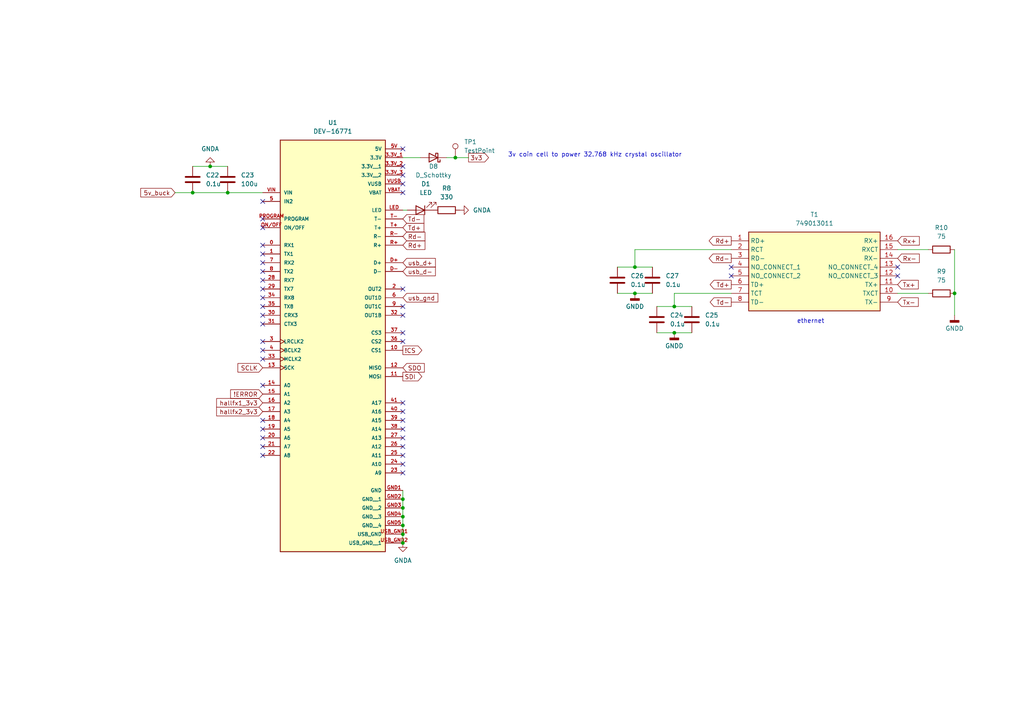
<source format=kicad_sch>
(kicad_sch (version 20230121) (generator eeschema)
  (paper "A4")
  (lib_symbols
    (symbol "21xt_symbols:749013011"
      (property "Reference" "T" (at 44.45 7.62 0))
      (property "Value" "749013011" (at 44.45 5.08 0))
      (symbol "749013011_1_1"
        (rectangle (start 5.08 2.54) (end 43.18 -20.32) (stroke (width 0.254)) (fill (type background)))
        (pin passive line (at 0 0 0) (length 5.08) (name "RD+") (number "1"))
        (pin passive line (at 48.26 -15.24 180) (length 5.08) (name "TXCT") (number "10"))
        (pin passive line (at 48.26 -12.7 180) (length 5.08) (name "TX+") (number "11"))
        (pin passive line (at 48.26 -10.16 180) (length 5.08) (name "NO_CONNECT_3") (number "12"))
        (pin passive line (at 48.26 -7.62 180) (length 5.08) (name "NO_CONNECT_4") (number "13"))
        (pin passive line (at 48.26 -5.08 180) (length 5.08) (name "RX-") (number "14"))
        (pin passive line (at 48.26 -2.54 180) (length 5.08) (name "RXCT") (number "15"))
        (pin passive line (at 48.26 0 180) (length 5.08) (name "RX+") (number "16"))
        (pin passive line (at 0 -2.54 0) (length 5.08) (name "RCT") (number "2"))
        (pin passive line (at 0 -5.08 0) (length 5.08) (name "RD-") (number "3"))
        (pin passive line (at 0 -7.62 0) (length 5.08) (name "NO_CONNECT_1") (number "4"))
        (pin passive line (at 0 -10.16 0) (length 5.08) (name "NO_CONNECT_2") (number "5"))
        (pin passive line (at 0 -12.7 0) (length 5.08) (name "TD+") (number "6"))
        (pin passive line (at 0 -15.24 0) (length 5.08) (name "TCT") (number "7"))
        (pin passive line (at 0 -17.78 0) (length 5.08) (name "TD-") (number "8"))
        (pin passive line (at 48.26 -17.78 180) (length 5.08) (name "TX-") (number "9"))
      )
    )
    (symbol "21xt_symbols:DEV-16771" (pin_names (offset 1.016))
      (property "Reference" "U5" (at 0 55.245 0))
      (property "Value" "DEV-16771" (at 0 52.705 0))
      (symbol "DEV-16771_0_0"
        (rectangle (start -15.24 -68.58) (end 15.24 50.8) (stroke (width 0.254)) (fill (type background)))
        (pin bidirectional line (at -20.32 20.32 0) (length 5.08) (name "RX1") (number "0"))
        (pin bidirectional line (at -20.32 17.78 0) (length 5.08) (name "TX1") (number "1"))
        (pin bidirectional line (at 20.32 -10.16 180) (length 5.08) (name "CS1") (number "10"))
        (pin bidirectional line (at 20.32 -17.78 180) (length 5.08) (name "MOSI") (number "11"))
        (pin bidirectional line (at 20.32 -15.24 180) (length 5.08) (name "MISO") (number "12"))
        (pin bidirectional clock (at -20.32 -15.24 0) (length 5.08) (name "SCK") (number "13"))
        (pin bidirectional line (at -20.32 -20.32 0) (length 5.08) (name "A0") (number "14"))
        (pin bidirectional line (at -20.32 -22.86 0) (length 5.08) (name "A1") (number "15"))
        (pin bidirectional line (at -20.32 -25.4 0) (length 5.08) (name "A2") (number "16"))
        (pin bidirectional line (at -20.32 -27.94 0) (length 5.08) (name "A3") (number "17"))
        (pin bidirectional line (at -20.32 -30.48 0) (length 5.08) (name "A4") (number "18"))
        (pin bidirectional line (at -20.32 -33.02 0) (length 5.08) (name "A5") (number "19"))
        (pin output line (at 20.32 7.62 180) (length 5.08) (name "OUT2") (number "2"))
        (pin bidirectional line (at -20.32 -35.56 0) (length 5.08) (name "A6") (number "20"))
        (pin bidirectional line (at -20.32 -38.1 0) (length 5.08) (name "A7") (number "21"))
        (pin bidirectional line (at -20.32 -40.64 0) (length 5.08) (name "A8") (number "22"))
        (pin bidirectional line (at 20.32 -45.72 180) (length 5.08) (name "A9") (number "23"))
        (pin bidirectional line (at 20.32 -43.18 180) (length 5.08) (name "A10") (number "24"))
        (pin bidirectional line (at 20.32 -40.64 180) (length 5.08) (name "A11") (number "25"))
        (pin bidirectional line (at 20.32 -38.1 180) (length 5.08) (name "A12") (number "26"))
        (pin bidirectional line (at 20.32 -35.56 180) (length 5.08) (name "A13") (number "27"))
        (pin bidirectional line (at -20.32 10.16 0) (length 5.08) (name "RX7") (number "28"))
        (pin bidirectional line (at -20.32 7.62 0) (length 5.08) (name "TX7") (number "29"))
        (pin bidirectional clock (at -20.32 -7.62 0) (length 5.08) (name "LRCLK2") (number "3"))
        (pin power_in line (at 20.32 45.72 180) (length 5.08) (name "3.3V") (number "3.3V_1"))
        (pin power_in line (at 20.32 43.18 180) (length 5.08) (name "3.3V__1") (number "3.3V_2"))
        (pin power_in line (at 20.32 40.64 180) (length 5.08) (name "3.3V__2") (number "3.3V_3"))
        (pin bidirectional line (at -20.32 0 0) (length 5.08) (name "CRX3") (number "30"))
        (pin bidirectional line (at -20.32 -2.54 0) (length 5.08) (name "CTX3") (number "31"))
        (pin output line (at 20.32 0 180) (length 5.08) (name "OUT1B") (number "32"))
        (pin bidirectional clock (at -20.32 -12.7 0) (length 5.08) (name "MCLK2") (number "33"))
        (pin bidirectional line (at -20.32 5.08 0) (length 5.08) (name "RX8") (number "34"))
        (pin bidirectional line (at -20.32 2.54 0) (length 5.08) (name "TX8") (number "35"))
        (pin bidirectional line (at 20.32 -7.62 180) (length 5.08) (name "CS2") (number "36"))
        (pin bidirectional line (at 20.32 -5.08 180) (length 5.08) (name "CS3") (number "37"))
        (pin bidirectional line (at 20.32 -33.02 180) (length 5.08) (name "A14") (number "38"))
        (pin bidirectional line (at 20.32 -30.48 180) (length 5.08) (name "A15") (number "39"))
        (pin bidirectional clock (at -20.32 -10.16 0) (length 5.08) (name "BCLK2") (number "4"))
        (pin bidirectional line (at 20.32 -27.94 180) (length 5.08) (name "A16") (number "40"))
        (pin bidirectional line (at 20.32 -25.4 180) (length 5.08) (name "A17") (number "41"))
        (pin bidirectional line (at -20.32 33.02 0) (length 5.08) (name "IN2") (number "5"))
        (pin power_in line (at 20.32 48.26 180) (length 5.08) (name "5V") (number "5V"))
        (pin output line (at 20.32 5.08 180) (length 5.08) (name "OUT1D") (number "6"))
        (pin bidirectional line (at -20.32 15.24 0) (length 5.08) (name "RX2") (number "7"))
        (pin bidirectional line (at -20.32 12.7 0) (length 5.08) (name "TX2") (number "8"))
        (pin output line (at 20.32 2.54 180) (length 5.08) (name "OUT1C") (number "9"))
        (pin bidirectional line (at 20.32 15.24 180) (length 5.08) (name "D+") (number "D+"))
        (pin bidirectional line (at 20.32 12.7 180) (length 5.08) (name "D-") (number "D-"))
        (pin power_in line (at 20.32 -50.8 180) (length 5.08) (name "GND") (number "GND1"))
        (pin power_in line (at 20.32 -53.34 180) (length 5.08) (name "GND__1") (number "GND2"))
        (pin power_in line (at 20.32 -55.88 180) (length 5.08) (name "GND__2") (number "GND3"))
        (pin power_in line (at 20.32 -58.42 180) (length 5.08) (name "GND__3") (number "GND4"))
        (pin power_in line (at 20.32 -60.96 180) (length 5.08) (name "GND__4") (number "GND5"))
        (pin bidirectional line (at 20.32 30.48 180) (length 5.08) (name "LED") (number "LED"))
        (pin bidirectional line (at -20.32 25.4 0) (length 5.08) (name "ON/OFF") (number "ON/OFF"))
        (pin bidirectional line (at -20.32 27.94 0) (length 5.08) (name "PROGRAM") (number "PROGRAM"))
        (pin bidirectional line (at 20.32 20.32 180) (length 5.08) (name "R+") (number "R+"))
        (pin bidirectional line (at 20.32 22.86 180) (length 5.08) (name "R-") (number "R-"))
        (pin bidirectional line (at 20.32 25.4 180) (length 5.08) (name "T+") (number "T+"))
        (pin bidirectional line (at 20.32 27.94 180) (length 5.08) (name "T-") (number "T-"))
        (pin power_in line (at 20.32 -63.5 180) (length 5.08) (name "USB_GND") (number "USB_GND1"))
        (pin power_in line (at 20.32 -66.04 180) (length 5.08) (name "USB_GND__1") (number "USB_GND2"))
        (pin passive line (at 20.32 35.56 180) (length 5.08) (name "VBAT") (number "VBAT"))
        (pin input line (at -20.32 35.56 0) (length 5.08) (name "VIN") (number "VIN"))
        (pin passive line (at 20.32 38.1 180) (length 5.08) (name "VUSB") (number "VUSB"))
      )
    )
    (symbol "Connector:TestPoint" (pin_numbers hide) (pin_names (offset 0.762) hide)
      (property "Reference" "TP" (at 0 6.858 0))
      (property "Value" "TestPoint" (at 0 5.08 0))
      (symbol "TestPoint_0_1"
        (circle (center 0 3.302) (radius 0.762))
      )
      (symbol "TestPoint_1_1"
        (pin passive line (at 0 0 90) (length 2.54) (name "1") (number "1"))
      )
    )
    (symbol "Device:C" (pin_numbers hide) (pin_names (offset 0.254))
      (property "Reference" "C" (at 0.635 2.54 0))
      (property "Value" "C" (at 0.635 -2.54 0))
      (symbol "C_0_1"
        (polyline (pts (xy -2.032 -0.762) (xy 2.032 -0.762)) (stroke (width 0.508)))
        (polyline (pts (xy -2.032 0.762) (xy 2.032 0.762)) (stroke (width 0.508)))
      )
      (symbol "C_1_1"
        (pin passive line (at 0 3.81 270) (length 2.794) (name "~") (number "1"))
        (pin passive line (at 0 -3.81 90) (length 2.794) (name "~") (number "2"))
      )
    )
    (symbol "Device:D_Schottky" (pin_numbers hide) (pin_names (offset 1.016) hide)
      (property "Reference" "D" (at 0 2.54 0))
      (property "Value" "D_Schottky" (at 0 -2.54 0))
      (symbol "D_Schottky_0_1"
        (polyline (pts (xy 1.27 0) (xy -1.27 0)))
        (polyline (pts (xy 1.27 1.27) (xy 1.27 -1.27) (xy -1.27 0) (xy 1.27 1.27)) (stroke (width 0.254)))
        (polyline (pts (xy -1.905 0.635) (xy -1.905 1.27) (xy -1.27 1.27) (xy -1.27 -1.27) (xy -0.635 -1.27) (xy -0.635 -0.635)) (stroke (width 0.254)))
      )
      (symbol "D_Schottky_1_1"
        (pin passive line (at -3.81 0 0) (length 2.54) (name "K") (number "1"))
        (pin passive line (at 3.81 0 180) (length 2.54) (name "A") (number "2"))
      )
    )
    (symbol "Device:LED" (pin_numbers hide) (pin_names (offset 1.016) hide)
      (property "Reference" "D" (at 0 2.54 0))
      (property "Value" "LED" (at 0 -2.54 0))
      (symbol "LED_0_1"
        (polyline (pts (xy -1.27 -1.27) (xy -1.27 1.27)) (stroke (width 0.254)))
        (polyline (pts (xy -1.27 0) (xy 1.27 0)))
        (polyline (pts (xy 1.27 -1.27) (xy 1.27 1.27) (xy -1.27 0) (xy 1.27 -1.27)) (stroke (width 0.254)))
        (polyline (pts (xy -3.048 -0.762) (xy -4.572 -2.286) (xy -3.81 -2.286) (xy -4.572 -2.286) (xy -4.572 -1.524)))
        (polyline (pts (xy -1.778 -0.762) (xy -3.302 -2.286) (xy -2.54 -2.286) (xy -3.302 -2.286) (xy -3.302 -1.524)))
      )
      (symbol "LED_1_1"
        (pin passive line (at -3.81 0 0) (length 2.54) (name "K") (number "1"))
        (pin passive line (at 3.81 0 180) (length 2.54) (name "A") (number "2"))
      )
    )
    (symbol "Device:R" (pin_numbers hide) (pin_names (offset 0))
      (property "Reference" "R" (at 2.032 0 90))
      (property "Value" "R" (at 0 0 90))
      (symbol "R_0_1"
        (rectangle (start -1.016 -2.54) (end 1.016 2.54) (stroke (width 0.254)))
      )
      (symbol "R_1_1"
        (pin passive line (at 0 3.81 270) (length 1.27) (name "~") (number "1"))
        (pin passive line (at 0 -3.81 90) (length 1.27) (name "~") (number "2"))
      )
    )
    (symbol "power:GNDA" (power) (pin_names (offset 0))
      (property "Value" "GNDA" (at 0 -3.81 0))
      (symbol "GNDA_0_1"
        (polyline (pts (xy 0 0) (xy 0 -1.27) (xy 1.27 -1.27) (xy 0 -2.54) (xy -1.27 -1.27) (xy 0 -1.27)))
      )
      (symbol "GNDA_1_1"
        (pin power_in line (at 0 0 270) (length 0) hide (name "GNDA") (number "1"))
      )
    )
    (symbol "power:GNDD" (power) (pin_names (offset 0))
      (property "Value" "GNDD" (at 0 -3.175 0))
      (symbol "GNDD_0_1"
        (rectangle (start -1.27 -1.524) (end 1.27 -2.032) (stroke (width 0.254)) (fill (type outline)))
        (polyline (pts (xy 0 0) (xy 0 -1.524)))
      )
      (symbol "GNDD_1_1"
        (pin power_in line (at 0 0 270) (length 0) hide (name "GNDD") (number "1"))
      )
    )
  )
  (junction (at 116.84 147.32))
  (junction (at 132.08 45.72))
  (junction (at 184.15 77.47))
  (junction (at 116.84 149.86))
  (junction (at 55.88 55.88))
  (junction (at 195.58 88.9))
  (junction (at 116.84 144.78))
  (junction (at 184.15 85.09))
  (junction (at 116.84 154.94))
  (junction (at 195.58 96.52))
  (junction (at 116.84 157.48))
  (junction (at 276.86 85.09))
  (junction (at 60.96 48.26))
  (junction (at 66.04 55.88))
  (junction (at 116.84 152.4))
  (no_connect (at 116.84 127))
  (no_connect (at 116.84 124.46))
  (no_connect (at 116.84 121.92))
  (no_connect (at 116.84 43.18))
  (no_connect (at 76.2 129.54))
  (no_connect (at 212.09 77.47))
  (no_connect (at 116.84 48.26))
  (no_connect (at 76.2 66.04))
  (no_connect (at 116.84 119.38))
  (no_connect (at 76.2 124.46))
  (no_connect (at 76.2 132.08))
  (no_connect (at 76.2 58.42))
  (no_connect (at 212.09 80.01))
  (no_connect (at 116.84 116.84))
  (no_connect (at 76.2 99.06))
  (no_connect (at 76.2 88.9))
  (no_connect (at 76.2 63.5))
  (no_connect (at 76.2 76.2))
  (no_connect (at 76.2 104.14))
  (no_connect (at 116.84 50.8))
  (no_connect (at 116.84 91.44))
  (no_connect (at 76.2 86.36))
  (no_connect (at 116.84 83.82))
  (no_connect (at 76.2 91.44))
  (no_connect (at 116.84 134.62))
  (no_connect (at 116.84 53.34))
  (no_connect (at 116.84 132.08))
  (no_connect (at 76.2 73.66))
  (no_connect (at 116.84 96.52))
  (no_connect (at 116.84 99.06))
  (no_connect (at 76.2 111.76))
  (no_connect (at 76.2 81.28))
  (no_connect (at 76.2 121.92))
  (no_connect (at 76.2 93.98))
  (no_connect (at 116.84 129.54))
  (no_connect (at 260.35 77.47))
  (no_connect (at 76.2 101.6))
  (no_connect (at 76.2 127))
  (no_connect (at 116.84 55.88))
  (no_connect (at 76.2 78.74))
  (no_connect (at 116.84 137.16))
  (no_connect (at 76.2 71.12))
  (no_connect (at 116.84 88.9))
  (no_connect (at 76.2 83.82))
  (no_connect (at 260.35 80.01))
  (wire (pts (xy 212.09 72.39) (xy 184.15 72.39)))
  (wire (pts (xy 66.04 55.88) (xy 76.2 55.88)))
  (wire (pts (xy 190.5 96.52) (xy 195.58 96.52)))
  (wire (pts (xy 179.07 85.09) (xy 184.15 85.09)))
  (wire (pts (xy 116.84 152.4) (xy 116.84 154.94)))
  (wire (pts (xy 116.84 147.32) (xy 116.84 149.86)))
  (wire (pts (xy 184.15 77.47) (xy 189.23 77.47)))
  (wire (pts (xy 116.84 144.78) (xy 116.84 147.32)))
  (wire (pts (xy 195.58 85.09) (xy 195.58 88.9)))
  (wire (pts (xy 55.88 48.26) (xy 60.96 48.26)))
  (wire (pts (xy 195.58 88.9) (xy 200.66 88.9)))
  (wire (pts (xy 116.84 142.24) (xy 116.84 144.78)))
  (wire (pts (xy 135.89 45.72) (xy 132.08 45.72)))
  (wire (pts (xy 55.88 55.88) (xy 66.04 55.88)))
  (wire (pts (xy 276.86 85.09) (xy 276.86 91.44)))
  (wire (pts (xy 260.35 72.39) (xy 269.24 72.39)))
  (wire (pts (xy 269.24 85.09) (xy 260.35 85.09)))
  (wire (pts (xy 50.8 55.88) (xy 55.88 55.88)))
  (wire (pts (xy 116.84 149.86) (xy 116.84 152.4)))
  (wire (pts (xy 184.15 72.39) (xy 184.15 77.47)))
  (wire (pts (xy 212.09 85.09) (xy 195.58 85.09)))
  (wire (pts (xy 184.15 85.09) (xy 189.23 85.09)))
  (wire (pts (xy 190.5 88.9) (xy 195.58 88.9)))
  (wire (pts (xy 179.07 77.47) (xy 184.15 77.47)))
  (wire (pts (xy 195.58 96.52) (xy 200.66 96.52)))
  (wire (pts (xy 60.96 48.26) (xy 66.04 48.26)))
  (wire (pts (xy 116.84 45.72) (xy 121.92 45.72)))
  (wire (pts (xy 116.84 154.94) (xy 116.84 157.48)))
  (wire (pts (xy 116.84 60.96) (xy 118.11 60.96)))
  (wire (pts (xy 129.54 45.72) (xy 132.08 45.72)))
  (wire (pts (xy 276.86 72.39) (xy 276.86 85.09)))
  (text "3v coin cell to power 32.768 kHz crystal oscillator" (at 147.32 45.72 0) (effects (font (size 1.27 1.27)) (justify left bottom)))
  (text "ethernet" (at 231.14 93.98 0) (effects (font (size 1.27 1.27)) (justify left bottom)))
  (global_label "hallfx2_3v3" (shape input) (at 76.2 119.38 180) (property "Intersheetrefs" "${INTERSHEET_REFS}" (effects hide)))
  (global_label "3v3" (shape output) (at 135.89 45.72 0) (property "Intersheetrefs" "${INTERSHEET_REFS}" (effects hide)))
  (global_label "usb_d+" (shape input) (at 116.84 76.2 0) (property "Intersheetrefs" "${INTERSHEET_REFS}" (effects hide)))
  (global_label "Tx+" (shape input) (at 260.35 82.55 0) (property "Intersheetrefs" "${INTERSHEET_REFS}" (effects hide)))
  (global_label "Td+" (shape input) (at 116.84 66.04 0) (property "Intersheetrefs" "${INTERSHEET_REFS}" (effects hide)))
  (global_label "Td+" (shape output) (at 212.09 82.55 180) (property "Intersheetrefs" "${INTERSHEET_REFS}" (effects hide)))
  (global_label "Rd-" (shape output) (at 212.09 74.93 180) (property "Intersheetrefs" "${INTERSHEET_REFS}" (effects hide)))
  (global_label "Rx+" (shape input) (at 260.35 69.85 0) (property "Intersheetrefs" "${INTERSHEET_REFS}" (effects hide)))
  (global_label "usb_d-" (shape input) (at 116.84 78.74 0) (property "Intersheetrefs" "${INTERSHEET_REFS}" (effects hide)))
  (global_label "hallfx1_3v3" (shape input) (at 76.2 116.84 180) (property "Intersheetrefs" "${INTERSHEET_REFS}" (effects hide)))
  (global_label "SCLK" (shape input) (at 76.2 106.68 180) (property "Intersheetrefs" "${INTERSHEET_REFS}" (effects hide)))
  (global_label "SDO" (shape input) (at 116.84 106.68 0) (property "Intersheetrefs" "${INTERSHEET_REFS}" (effects hide)))
  (global_label "SDI" (shape output) (at 116.84 109.22 0) (property "Intersheetrefs" "${INTERSHEET_REFS}" (effects hide)))
  (global_label "Rd+" (shape output) (at 212.09 69.85 180) (property "Intersheetrefs" "${INTERSHEET_REFS}" (effects hide)))
  (global_label "Td-" (shape input) (at 116.84 63.5 0) (property "Intersheetrefs" "${INTERSHEET_REFS}" (effects hide)))
  (global_label "usb_gnd" (shape input) (at 116.84 86.36 0) (property "Intersheetrefs" "${INTERSHEET_REFS}" (effects hide)))
  (global_label "Rd+" (shape input) (at 116.84 71.12 0) (property "Intersheetrefs" "${INTERSHEET_REFS}" (effects hide)))
  (global_label "Rd-" (shape input) (at 116.84 68.58 0) (property "Intersheetrefs" "${INTERSHEET_REFS}" (effects hide)))
  (global_label "!CS" (shape output) (at 116.84 101.6 0) (property "Intersheetrefs" "${INTERSHEET_REFS}" (effects hide)))
  (global_label "!ERROR" (shape input) (at 76.2 114.3 180) (property "Intersheetrefs" "${INTERSHEET_REFS}" (effects hide)))
  (global_label "Tx-" (shape input) (at 260.35 87.63 0) (property "Intersheetrefs" "${INTERSHEET_REFS}" (effects hide)))
  (global_label "Rx-" (shape input) (at 260.35 74.93 0) (property "Intersheetrefs" "${INTERSHEET_REFS}" (effects hide)))
  (global_label "5v_buck" (shape input) (at 50.8 55.88 180) (property "Intersheetrefs" "${INTERSHEET_REFS}" (effects hide)))
  (global_label "Td-" (shape output) (at 212.09 87.63 180) (property "Intersheetrefs" "${INTERSHEET_REFS}" (effects hide)))
  (symbol (lib_id "Connector:TestPoint") (at 132.08 45.72 0) (unit 1)
    (property "Reference" "TP1" (at 134.62 41.148 0) (effects (justify left)))
    (property "Value" "TestPoint" (at 134.62 43.688 0) (effects (justify left)))
    (property "Footprint" "TestPoint:TestPoint_Pad_2.0x2.0mm" (effects hide))
  )
  (symbol (lib_id "power:GNDD") (at 195.58 96.52 0) (unit 1)
    (property "Reference" "#PWR035" (effects hide))
    (property "Value" "GNDD" (at 195.58 100.33 0))
  )
  (symbol (lib_id "Device:R") (at 273.05 85.09 90) (unit 1)
    (property "Reference" "R9" (at 273.05 78.74 90))
    (property "Value" "75" (at 273.05 81.28 90))
    (property "Footprint" "Resistor_SMD:R_0603_1608Metric" (effects hide))
  )
  (symbol (lib_id "Device:D_Schottky") (at 125.73 45.72 180) (unit 1)
    (property "Reference" "D8" (at 125.73 48.26 0))
    (property "Value" "D_Schottky" (at 125.73 50.8 0))
    (property "Footprint" "Diode_SMD:D_0603_1608Metric" (effects hide))
  )
  (symbol (lib_id "Device:C") (at 189.23 81.28 0) (unit 1)
    (property "Reference" "C27" (at 193.04 80.01 0) (effects (justify left)))
    (property "Value" "0.1u" (at 193.04 82.55 0) (effects (justify left)))
    (property "Footprint" "Capacitor_SMD:C_0603_1608Metric" (effects hide))
  )
  (symbol (lib_id "Device:C") (at 55.88 52.07 0) (unit 1)
    (property "Reference" "C22" (at 59.69 50.8 0) (effects (justify left)))
    (property "Value" "0.1u" (at 59.69 53.34 0) (effects (justify left)))
    (property "Footprint" "Capacitor_SMD:C_0603_1608Metric" (effects hide))
  )
  (symbol (lib_id "Device:C") (at 66.04 52.07 0) (unit 1)
    (property "Reference" "C23" (at 69.85 50.8 0) (effects (justify left)))
    (property "Value" "100u" (at 69.85 53.34 0) (effects (justify left)))
    (property "Footprint" "Capacitor_SMD:C_1206_3216Metric" (effects hide))
  )
  (symbol (lib_id "21xt_symbols:749013011") (at 212.09 69.85 0) (unit 1)
    (property "Reference" "T1" (at 236.22 62.23 0))
    (property "Value" "749013011" (at 236.22 64.77 0))
    (property "Footprint" "21xt_footprints:749013011" (effects hide))
    (property "Datasheet" "https://www.we-online.de/katalog/datasheet/749013011.pdf" (effects hide))
    (property "Height" "5.33" (effects hide))
    (property "Mouser Part Number" "710-749013011" (effects hide))
    (property "Mouser Price/Stock" "https://www.mouser.co.uk/ProductDetail/Wurth-Elektronik/749013011?qs=2sV1BwmkawRYxGj1O9AWzA%3D%3D" (effects hide))
    (property "Manufacturer_Name" "Wurth Elektronik" (effects hide))
    (property "Manufacturer_Part_Number" "749013011" (effects hide))
  )
  (symbol (lib_id "Device:R") (at 273.05 72.39 90) (unit 1)
    (property "Reference" "R10" (at 273.05 66.04 90))
    (property "Value" "75" (at 273.05 68.58 90))
    (property "Footprint" "Resistor_SMD:R_0603_1608Metric" (effects hide))
  )
  (symbol (lib_id "Device:C") (at 200.66 92.71 0) (unit 1)
    (property "Reference" "C25" (at 204.47 91.44 0) (effects (justify left)))
    (property "Value" "0.1u" (at 204.47 93.98 0) (effects (justify left)))
    (property "Footprint" "Capacitor_SMD:C_0603_1608Metric" (effects hide))
  )
  (symbol (lib_id "power:GNDA") (at 133.35 60.96 90) (unit 1)
    (property "Reference" "#PWR029" (effects hide))
    (property "Value" "GNDA" (at 137.16 60.96 90) (effects (justify right)))
  )
  (symbol (lib_id "21xt_symbols:DEV-16771") (at 96.52 91.44 0) (unit 1)
    (property "Reference" "U1" (at 96.52 35.56 0))
    (property "Value" "DEV-16771" (at 96.52 38.1 0))
    (property "Footprint" "21xt_footprints:MODULE_DEV-16771" (effects hide))
    (property "PARTREV" "4.1" (effects hide))
    (property "MANUFACTURER" "SparkFun Electronics" (effects hide))
    (property "MAXIMUM_PACKAGE_HEIGHT" "4.07mm" (effects hide))
    (property "STANDARD" "Manufacturer recommendations" (effects hide))
  )
  (symbol (lib_id "power:GNDA") (at 116.84 157.48 0) (unit 1)
    (property "Reference" "#PWR014" (effects hide))
    (property "Value" "GNDA" (at 116.84 162.56 0))
  )
  (symbol (lib_id "power:GNDD") (at 184.15 85.09 0) (unit 1)
    (property "Reference" "#PWR030" (effects hide))
    (property "Value" "GNDD" (at 184.15 88.9 0))
  )
  (symbol (lib_id "power:GNDD") (at 276.86 91.44 0) (unit 1)
    (property "Reference" "#PWR040" (effects hide))
    (property "Value" "GNDD" (at 276.86 95.25 0))
  )
  (symbol (lib_id "Device:R") (at 129.54 60.96 90) (unit 1)
    (property "Reference" "R8" (at 129.54 54.61 90))
    (property "Value" "330" (at 129.54 57.15 90))
    (property "Footprint" "Resistor_SMD:R_0603_1608Metric" (effects hide))
  )
  (symbol (lib_id "power:GNDA") (at 60.96 48.26 180) (unit 1)
    (property "Reference" "#PWR013" (effects hide))
    (property "Value" "GNDA" (at 60.96 43.18 0))
  )
  (symbol (lib_id "Device:C") (at 190.5 92.71 0) (unit 1)
    (property "Reference" "C24" (at 194.31 91.44 0) (effects (justify left)))
    (property "Value" "0.1u" (at 194.31 93.98 0) (effects (justify left)))
    (property "Footprint" "Capacitor_SMD:C_0603_1608Metric" (effects hide))
  )
  (symbol (lib_id "Device:LED") (at 121.92 60.96 180) (unit 1)
    (property "Reference" "D1" (at 123.5075 53.34 0))
    (property "Value" "LED" (at 123.5075 55.88 0))
    (property "Footprint" "Diode_SMD:D_0603_1608Metric" (effects hide))
  )
  (symbol (lib_id "Device:C") (at 179.07 81.28 0) (unit 1)
    (property "Reference" "C26" (at 182.88 80.01 0) (effects (justify left)))
    (property "Value" "0.1u" (at 182.88 82.55 0) (effects (justify left)))
    (property "Footprint" "Capacitor_SMD:C_0603_1608Metric" (effects hide))
  )
)
</source>
